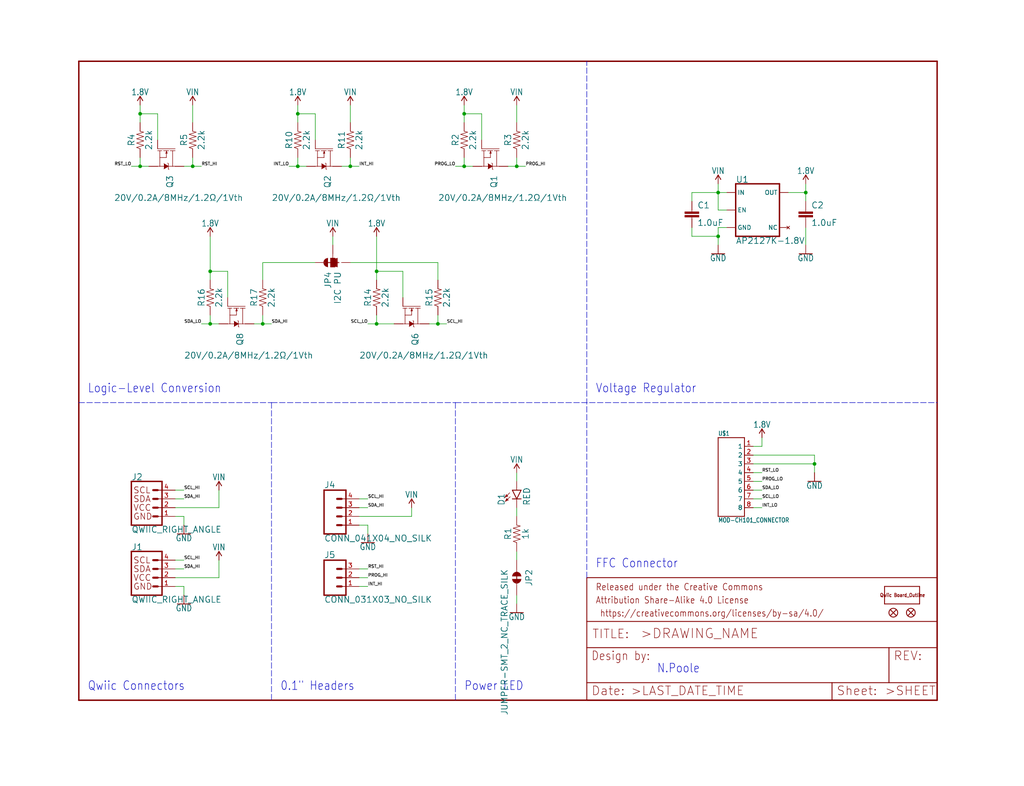
<source format=kicad_sch>
(kicad_sch (version 20211123) (generator eeschema)
  (paper "User" 297.002 228.092)
  (lib_symbols
    (symbol "eagleSchem-eagle-import:1.0UF-0603-16V-10%"
      (property "Reference" "C" (at 1.524 2.921 0))
      (property "Value" "1.0UF-0603-16V-10%" (at 1.524 -2.159 0))
      (symbol "1.0UF-0603-16V-10%_1_0"
        (rectangle (start -2.032 0.508) (end 2.032 1.016) (fill (type outline)))
        (rectangle (start -2.032 1.524) (end 2.032 2.032) (fill (type outline)))
        (polyline (pts (xy 0 0) (xy 0 0.508)) (stroke (width 0.1524)))
        (polyline (pts (xy 0 2.54) (xy 0 2.032)) (stroke (width 0.1524)))
        (pin passive line (at 0 5.08 270) (length 2.54) (name "1") (number "1"))
        (pin passive line (at 0 -2.54 90) (length 2.54) (name "2") (number "2"))
      )
    )
    (symbol "eagleSchem-eagle-import:1.8V" (power)
      (property "Value" "1.8V" (at 0 2.794 0))
      (symbol "1.8V_1_0"
        (polyline (pts (xy 0 2.54) (xy -0.762 1.27)) (stroke (width 0.254)))
        (polyline (pts (xy 0.762 1.27) (xy 0 2.54)) (stroke (width 0.254)))
        (pin power_in line (at 0 0 90) (length 2.54) (name "1.8V") (number "1"))
      )
    )
    (symbol "eagleSchem-eagle-import:1KOHM-0603-1{slash}10W-1%"
      (property "Reference" "R" (at 0 1.524 0))
      (property "Value" "1KOHM-0603-1{slash}10W-1%" (at 0 -1.524 0))
      (symbol "1KOHM-0603-1{slash}10W-1%_1_0"
        (polyline (pts (xy -2.54 0) (xy -2.159 1.016)) (stroke (width 0.1524)))
        (polyline (pts (xy -2.159 1.016) (xy -1.524 -1.016)) (stroke (width 0.1524)))
        (polyline (pts (xy -1.524 -1.016) (xy -0.889 1.016)) (stroke (width 0.1524)))
        (polyline (pts (xy -0.889 1.016) (xy -0.254 -1.016)) (stroke (width 0.1524)))
        (polyline (pts (xy -0.254 -1.016) (xy 0.381 1.016)) (stroke (width 0.1524)))
        (polyline (pts (xy 0.381 1.016) (xy 1.016 -1.016)) (stroke (width 0.1524)))
        (polyline (pts (xy 1.016 -1.016) (xy 1.651 1.016)) (stroke (width 0.1524)))
        (polyline (pts (xy 1.651 1.016) (xy 2.286 -1.016)) (stroke (width 0.1524)))
        (polyline (pts (xy 2.286 -1.016) (xy 2.54 0)) (stroke (width 0.1524)))
        (pin passive line (at -5.08 0 0) (length 2.54) (name "1") (number "1"))
        (pin passive line (at 5.08 0 180) (length 2.54) (name "2") (number "2"))
      )
    )
    (symbol "eagleSchem-eagle-import:2.2KOHM-0402T-1{slash}16W-1%"
      (property "Reference" "R" (at 0 1.524 0))
      (property "Value" "2.2KOHM-0402T-1{slash}16W-1%" (at 0 -1.524 0))
      (symbol "2.2KOHM-0402T-1{slash}16W-1%_1_0"
        (polyline (pts (xy -2.54 0) (xy -2.159 1.016)) (stroke (width 0.1524)))
        (polyline (pts (xy -2.159 1.016) (xy -1.524 -1.016)) (stroke (width 0.1524)))
        (polyline (pts (xy -1.524 -1.016) (xy -0.889 1.016)) (stroke (width 0.1524)))
        (polyline (pts (xy -0.889 1.016) (xy -0.254 -1.016)) (stroke (width 0.1524)))
        (polyline (pts (xy -0.254 -1.016) (xy 0.381 1.016)) (stroke (width 0.1524)))
        (polyline (pts (xy 0.381 1.016) (xy 1.016 -1.016)) (stroke (width 0.1524)))
        (polyline (pts (xy 1.016 -1.016) (xy 1.651 1.016)) (stroke (width 0.1524)))
        (polyline (pts (xy 1.651 1.016) (xy 2.286 -1.016)) (stroke (width 0.1524)))
        (polyline (pts (xy 2.286 -1.016) (xy 2.54 0)) (stroke (width 0.1524)))
        (pin passive line (at -5.08 0 0) (length 2.54) (name "1") (number "1"))
        (pin passive line (at 5.08 0 180) (length 2.54) (name "2") (number "2"))
      )
    )
    (symbol "eagleSchem-eagle-import:CONN_031X03_NO_SILK"
      (property "Reference" "J" (at -2.54 5.588 0))
      (property "Value" "CONN_031X03_NO_SILK" (at -2.54 -7.366 0))
      (symbol "CONN_031X03_NO_SILK_1_0"
        (polyline (pts (xy -2.54 5.08) (xy -2.54 -5.08)) (stroke (width 0.4064)))
        (polyline (pts (xy -2.54 5.08) (xy 3.81 5.08)) (stroke (width 0.4064)))
        (polyline (pts (xy 1.27 -2.54) (xy 2.54 -2.54)) (stroke (width 0.6096)))
        (polyline (pts (xy 1.27 0) (xy 2.54 0)) (stroke (width 0.6096)))
        (polyline (pts (xy 1.27 2.54) (xy 2.54 2.54)) (stroke (width 0.6096)))
        (polyline (pts (xy 3.81 -5.08) (xy -2.54 -5.08)) (stroke (width 0.4064)))
        (polyline (pts (xy 3.81 -5.08) (xy 3.81 5.08)) (stroke (width 0.4064)))
        (pin passive line (at 7.62 -2.54 180) (length 5.08) (name "1") (number "1"))
        (pin passive line (at 7.62 0 180) (length 5.08) (name "2") (number "2"))
        (pin passive line (at 7.62 2.54 180) (length 5.08) (name "3") (number "3"))
      )
    )
    (symbol "eagleSchem-eagle-import:CONN_041X04_NO_SILK"
      (property "Reference" "J" (at -5.08 8.128 0))
      (property "Value" "CONN_041X04_NO_SILK" (at -5.08 -7.366 0))
      (symbol "CONN_041X04_NO_SILK_1_0"
        (polyline (pts (xy -5.08 7.62) (xy -5.08 -5.08)) (stroke (width 0.4064)))
        (polyline (pts (xy -5.08 7.62) (xy 1.27 7.62)) (stroke (width 0.4064)))
        (polyline (pts (xy -1.27 -2.54) (xy 0 -2.54)) (stroke (width 0.6096)))
        (polyline (pts (xy -1.27 0) (xy 0 0)) (stroke (width 0.6096)))
        (polyline (pts (xy -1.27 2.54) (xy 0 2.54)) (stroke (width 0.6096)))
        (polyline (pts (xy -1.27 5.08) (xy 0 5.08)) (stroke (width 0.6096)))
        (polyline (pts (xy 1.27 -5.08) (xy -5.08 -5.08)) (stroke (width 0.4064)))
        (polyline (pts (xy 1.27 -5.08) (xy 1.27 7.62)) (stroke (width 0.4064)))
        (pin passive line (at 5.08 -2.54 180) (length 5.08) (name "1") (number "1"))
        (pin passive line (at 5.08 0 180) (length 5.08) (name "2") (number "2"))
        (pin passive line (at 5.08 2.54 180) (length 5.08) (name "3") (number "3"))
        (pin passive line (at 5.08 5.08 180) (length 5.08) (name "4") (number "4"))
      )
    )
    (symbol "eagleSchem-eagle-import:FIDUCIALUFIDUCIAL"
      (symbol "FIDUCIALUFIDUCIAL_1_0"
        (polyline (pts (xy -0.762 0.762) (xy 0.762 -0.762)) (stroke (width 0.254)))
        (polyline (pts (xy 0.762 0.762) (xy -0.762 -0.762)) (stroke (width 0.254)))
        (circle (center 0 0) (radius 1.27) (stroke (width 0.254)))
      )
    )
    (symbol "eagleSchem-eagle-import:FRAME-LETTERNO_PACKAGE"
      (symbol "FRAME-LETTERNO_PACKAGE_1_0"
        (polyline (pts (xy 0 0) (xy 248.92 0)) (stroke (width 0.4064)))
        (polyline (pts (xy 0 185.42) (xy 0 0)) (stroke (width 0.4064)))
        (polyline (pts (xy 0 185.42) (xy 248.92 185.42)) (stroke (width 0.4064)))
        (polyline (pts (xy 248.92 185.42) (xy 248.92 0)) (stroke (width 0.4064)))
      )
      (symbol "FRAME-LETTERNO_PACKAGE_2_0"
        (polyline (pts (xy 0 0) (xy 0 5.08)) (stroke (width 0.254)))
        (polyline (pts (xy 0 0) (xy 71.12 0)) (stroke (width 0.254)))
        (polyline (pts (xy 0 5.08) (xy 0 15.24)) (stroke (width 0.254)))
        (polyline (pts (xy 0 5.08) (xy 71.12 5.08)) (stroke (width 0.254)))
        (polyline (pts (xy 0 15.24) (xy 0 22.86)) (stroke (width 0.254)))
        (polyline (pts (xy 0 22.86) (xy 0 35.56)) (stroke (width 0.254)))
        (polyline (pts (xy 0 22.86) (xy 101.6 22.86)) (stroke (width 0.254)))
        (polyline (pts (xy 71.12 0) (xy 101.6 0)) (stroke (width 0.254)))
        (polyline (pts (xy 71.12 5.08) (xy 71.12 0)) (stroke (width 0.254)))
        (polyline (pts (xy 71.12 5.08) (xy 87.63 5.08)) (stroke (width 0.254)))
        (polyline (pts (xy 87.63 5.08) (xy 101.6 5.08)) (stroke (width 0.254)))
        (polyline (pts (xy 87.63 15.24) (xy 0 15.24)) (stroke (width 0.254)))
        (polyline (pts (xy 87.63 15.24) (xy 87.63 5.08)) (stroke (width 0.254)))
        (polyline (pts (xy 101.6 5.08) (xy 101.6 0)) (stroke (width 0.254)))
        (polyline (pts (xy 101.6 15.24) (xy 87.63 15.24)) (stroke (width 0.254)))
        (polyline (pts (xy 101.6 15.24) (xy 101.6 5.08)) (stroke (width 0.254)))
        (polyline (pts (xy 101.6 22.86) (xy 101.6 15.24)) (stroke (width 0.254)))
        (polyline (pts (xy 101.6 35.56) (xy 0 35.56)) (stroke (width 0.254)))
        (polyline (pts (xy 101.6 35.56) (xy 101.6 22.86)) (stroke (width 0.254)))
        (text " https://creativecommons.org/licenses/by-sa/4.0/" (at 2.54 24.13 0) (effects (font (size 1.9304 1.6408)) (justify left bottom)))
        (text ">DRAWING_NAME" (at 15.494 17.78 0) (effects (font (size 2.7432 2.7432)) (justify left bottom)))
        (text ">LAST_DATE_TIME" (at 12.7 1.27 0) (effects (font (size 2.54 2.54)) (justify left bottom)))
        (text ">SHEET" (at 86.36 1.27 0) (effects (font (size 2.54 2.54)) (justify left bottom)))
        (text "Attribution Share-Alike 4.0 License" (at 2.54 27.94 0) (effects (font (size 1.9304 1.6408)) (justify left bottom)))
        (text "Date:" (at 1.27 1.27 0) (effects (font (size 2.54 2.54)) (justify left bottom)))
        (text "Design by:" (at 1.27 11.43 0) (effects (font (size 2.54 2.159)) (justify left bottom)))
        (text "Released under the Creative Commons" (at 2.54 31.75 0) (effects (font (size 1.9304 1.6408)) (justify left bottom)))
        (text "REV:" (at 88.9 11.43 0) (effects (font (size 2.54 2.54)) (justify left bottom)))
        (text "Sheet:" (at 72.39 1.27 0) (effects (font (size 2.54 2.54)) (justify left bottom)))
        (text "TITLE:" (at 1.524 17.78 0) (effects (font (size 2.54 2.54)) (justify left bottom)))
      )
    )
    (symbol "eagleSchem-eagle-import:GND" (power)
      (property "Value" "GND" (at 0 -0.254 0))
      (symbol "GND_1_0"
        (polyline (pts (xy -1.905 0) (xy 1.905 0)) (stroke (width 0.254)))
        (pin power_in line (at 0 2.54 270) (length 2.54) (name "GND") (number "1"))
      )
    )
    (symbol "eagleSchem-eagle-import:JUMPER-SMT_2_NC_TRACE_SILK"
      (property "Reference" "JP" (at -2.54 2.54 0))
      (property "Value" "JUMPER-SMT_2_NC_TRACE_SILK" (at -2.54 -2.54 0))
      (symbol "JUMPER-SMT_2_NC_TRACE_SILK_1_0"
        (arc (start -0.381 1.2699) (mid -1.6508 0) (end -0.381 -1.2699) (stroke (width 0.0001)) (fill (type outline)))
        (polyline (pts (xy -2.54 0) (xy -1.651 0)) (stroke (width 0.1524)))
        (polyline (pts (xy -0.762 0) (xy 1.016 0)) (stroke (width 0.254)))
        (polyline (pts (xy 2.54 0) (xy 1.651 0)) (stroke (width 0.1524)))
        (arc (start 0.381 -1.2698) (mid 1.279 -0.898) (end 1.6509 0) (stroke (width 0.0001)) (fill (type outline)))
        (arc (start 1.651 0) (mid 1.2789 0.8979) (end 0.381 1.2699) (stroke (width 0.0001)) (fill (type outline)))
        (pin passive line (at -5.08 0 0) (length 2.54) (name "1") (number "1"))
        (pin passive line (at 5.08 0 180) (length 2.54) (name "2") (number "2"))
      )
    )
    (symbol "eagleSchem-eagle-import:JUMPER-SMT_3_2-NC_TRACE_SILK"
      (property "Reference" "JP" (at 2.54 0.381 0))
      (property "Value" "JUMPER-SMT_3_2-NC_TRACE_SILK" (at 2.54 -0.381 0))
      (symbol "JUMPER-SMT_3_2-NC_TRACE_SILK_1_0"
        (rectangle (start -1.27 -0.635) (end 1.27 0.635) (fill (type outline)))
        (polyline (pts (xy -2.54 0) (xy -1.27 0)) (stroke (width 0.1524)))
        (polyline (pts (xy -1.27 -0.635) (xy -1.27 0)) (stroke (width 0.1524)))
        (polyline (pts (xy -1.27 0) (xy -1.27 0.635)) (stroke (width 0.1524)))
        (polyline (pts (xy -1.27 0.635) (xy 1.27 0.635)) (stroke (width 0.1524)))
        (polyline (pts (xy 0 2.032) (xy 0 -1.778)) (stroke (width 0.254)))
        (polyline (pts (xy 1.27 -0.635) (xy -1.27 -0.635)) (stroke (width 0.1524)))
        (polyline (pts (xy 1.27 0.635) (xy 1.27 -0.635)) (stroke (width 0.1524)))
        (arc (start 0 2.667) (mid -0.898 2.295) (end -1.27 1.397) (stroke (width 0.0001)) (fill (type outline)))
        (arc (start 1.27 -1.397) (mid 0 -0.127) (end -1.27 -1.397) (stroke (width 0.0001)) (fill (type outline)))
        (arc (start 1.27 1.397) (mid 0.898 2.295) (end 0 2.667) (stroke (width 0.0001)) (fill (type outline)))
        (pin passive line (at 0 5.08 270) (length 2.54) (name "1") (number "1"))
        (pin passive line (at -5.08 0 0) (length 2.54) (name "2") (number "2"))
        (pin passive line (at 0 -5.08 90) (length 2.54) (name "3") (number "3"))
      )
    )
    (symbol "eagleSchem-eagle-import:LED-RED0603"
      (property "Reference" "D" (at -3.429 -4.572 90))
      (property "Value" "LED-RED0603" (at 1.905 -4.572 90))
      (symbol "LED-RED0603_1_0"
        (polyline (pts (xy -2.032 -0.762) (xy -3.429 -2.159)) (stroke (width 0.1524)))
        (polyline (pts (xy -1.905 -1.905) (xy -3.302 -3.302)) (stroke (width 0.1524)))
        (polyline (pts (xy 0 -2.54) (xy -1.27 -2.54)) (stroke (width 0.254)))
        (polyline (pts (xy 0 -2.54) (xy -1.27 0)) (stroke (width 0.254)))
        (polyline (pts (xy 1.27 -2.54) (xy 0 -2.54)) (stroke (width 0.254)))
        (polyline (pts (xy 1.27 0) (xy -1.27 0)) (stroke (width 0.254)))
        (polyline (pts (xy 1.27 0) (xy 0 -2.54)) (stroke (width 0.254)))
        (polyline (pts (xy -3.429 -2.159) (xy -3.048 -1.27) (xy -2.54 -1.778)) (fill (type outline)))
        (polyline (pts (xy -3.302 -3.302) (xy -2.921 -2.413) (xy -2.413 -2.921)) (fill (type outline)))
        (pin passive line (at 0 2.54 270) (length 2.54) (name "A") (number "A"))
        (pin passive line (at 0 -5.08 90) (length 2.54) (name "C") (number "C"))
      )
    )
    (symbol "eagleSchem-eagle-import:MOD-CH101_CONNECTOR"
      (property "Value" "MOD-CH101_CONNECTOR" (at -2.54 -14.478 0))
      (symbol "MOD-CH101_CONNECTOR_1_0"
        (polyline (pts (xy -2.54 -12.7) (xy -2.54 10.16)) (stroke (width 0.254)))
        (polyline (pts (xy -2.54 10.16) (xy 5.08 10.16)) (stroke (width 0.254)))
        (polyline (pts (xy 5.08 -12.7) (xy -2.54 -12.7)) (stroke (width 0.254)))
        (polyline (pts (xy 5.08 10.16) (xy 5.08 -12.7)) (stroke (width 0.254)))
        (pin bidirectional line (at 7.62 7.62 180) (length 2.54) (name "1") (number "1"))
        (pin bidirectional line (at 7.62 5.08 180) (length 2.54) (name "2") (number "2"))
        (pin bidirectional line (at 7.62 2.54 180) (length 2.54) (name "3") (number "3"))
        (pin bidirectional line (at 7.62 0 180) (length 2.54) (name "4") (number "4"))
        (pin bidirectional line (at 7.62 -2.54 180) (length 2.54) (name "5") (number "5"))
        (pin bidirectional line (at 7.62 -5.08 180) (length 2.54) (name "6") (number "6"))
        (pin bidirectional line (at 7.62 -7.62 180) (length 2.54) (name "7") (number "7"))
        (pin bidirectional line (at 7.62 -10.16 180) (length 2.54) (name "8") (number "8"))
      )
    )
    (symbol "eagleSchem-eagle-import:MOSFET-NCH-RE1C002UN"
      (property "Reference" "Q" (at 5.08 0 0))
      (property "Value" "MOSFET-NCH-RE1C002UN" (at 5.08 -2.54 0))
      (symbol "MOSFET-NCH-RE1C002UN_1_0"
        (polyline (pts (xy -2.54 -2.54) (xy -2.54 2.54)) (stroke (width 0.1524)))
        (polyline (pts (xy -1.9812 -1.905) (xy -1.9812 -2.54)) (stroke (width 0.1524)))
        (polyline (pts (xy -1.9812 -1.905) (xy 0 -1.905)) (stroke (width 0.1524)))
        (polyline (pts (xy -1.9812 -1.2954) (xy -1.9812 -1.905)) (stroke (width 0.1524)))
        (polyline (pts (xy -1.9812 0.6858) (xy -1.9812 -0.8382)) (stroke (width 0.1524)))
        (polyline (pts (xy -1.9812 1.8034) (xy -1.9812 1.0922)) (stroke (width 0.1524)))
        (polyline (pts (xy -1.9812 1.8034) (xy 2.54 1.8034)) (stroke (width 0.1524)))
        (polyline (pts (xy -1.9812 2.54) (xy -1.9812 1.8034)) (stroke (width 0.1524)))
        (polyline (pts (xy 0 -1.905) (xy 0 0)) (stroke (width 0.1524)))
        (polyline (pts (xy 0 0) (xy -1.2192 0)) (stroke (width 0.1524)))
        (polyline (pts (xy 1.6002 0.381) (xy 1.778 0.5588)) (stroke (width 0.1524)))
        (polyline (pts (xy 2.54 -2.54) (xy 2.54 -1.905)) (stroke (width 0.1524)))
        (polyline (pts (xy 2.54 -1.905) (xy 0 -1.905)) (stroke (width 0.1524)))
        (polyline (pts (xy 2.54 -0.7112) (xy 2.54 -1.905)) (stroke (width 0.1524)))
        (polyline (pts (xy 2.54 0.5588) (xy 1.778 0.5588)) (stroke (width 0.1524)))
        (polyline (pts (xy 2.54 0.5588) (xy 3.302 0.5588)) (stroke (width 0.1524)))
        (polyline (pts (xy 2.54 1.8034) (xy 2.54 0.5588)) (stroke (width 0.1524)))
        (polyline (pts (xy 2.54 2.54) (xy 2.54 1.8034)) (stroke (width 0.1524)))
        (polyline (pts (xy 3.302 0.5588) (xy 3.4798 0.7366)) (stroke (width 0.1524)))
        (polyline (pts (xy -1.9812 0) (xy -1.2192 0.254) (xy -1.2192 -0.254)) (fill (type outline)))
        (polyline (pts (xy 1.778 -0.7112) (xy 2.54 0.5588) (xy 3.302 -0.7112)) (fill (type outline)))
        (pin bidirectional line (at -5.08 -2.54 0) (length 2.54) (name "G") (number "1"))
        (pin bidirectional line (at 2.54 -5.08 90) (length 2.54) (name "S") (number "2"))
        (pin bidirectional line (at 2.54 5.08 270) (length 2.54) (name "D") (number "3"))
      )
    )
    (symbol "eagleSchem-eagle-import:QWIIC_BOARD_OUTLINEH"
      (symbol "QWIIC_BOARD_OUTLINEH_1_0"
        (polyline (pts (xy -5.08 -2.54) (xy -5.08 2.54)) (stroke (width 0.254)))
        (polyline (pts (xy -5.08 2.54) (xy 5.08 2.54)) (stroke (width 0.254)))
        (polyline (pts (xy 5.08 -2.54) (xy -5.08 -2.54)) (stroke (width 0.254)))
        (polyline (pts (xy 5.08 2.54) (xy 5.08 -2.54)) (stroke (width 0.254)))
        (text "Qwiic Board_Outline" (at 0.127 0 0) (effects (font (size 1.016 0.8636) (thickness 0.1727) bold)))
      )
    )
    (symbol "eagleSchem-eagle-import:QWIIC_CONNECTORJS-1MM"
      (property "Reference" "J" (at -5.08 7.874 0))
      (property "Value" "QWIIC_CONNECTORJS-1MM" (at -5.08 -5.334 0))
      (symbol "QWIIC_CONNECTORJS-1MM_1_0"
        (polyline (pts (xy -5.08 7.62) (xy -5.08 -5.08)) (stroke (width 0.4064)))
        (polyline (pts (xy -5.08 7.62) (xy 3.81 7.62)) (stroke (width 0.4064)))
        (polyline (pts (xy 1.27 -2.54) (xy 2.54 -2.54)) (stroke (width 0.6096)))
        (polyline (pts (xy 1.27 0) (xy 2.54 0)) (stroke (width 0.6096)))
        (polyline (pts (xy 1.27 2.54) (xy 2.54 2.54)) (stroke (width 0.6096)))
        (polyline (pts (xy 1.27 5.08) (xy 2.54 5.08)) (stroke (width 0.6096)))
        (polyline (pts (xy 3.81 -5.08) (xy -5.08 -5.08)) (stroke (width 0.4064)))
        (polyline (pts (xy 3.81 -5.08) (xy 3.81 7.62)) (stroke (width 0.4064)))
        (text "GND" (at -4.572 -2.54 0) (effects (font (size 1.778 1.778)) (justify left)))
        (text "SCL" (at -4.572 5.08 0) (effects (font (size 1.778 1.778)) (justify left)))
        (text "SDA" (at -4.572 2.54 0) (effects (font (size 1.778 1.778)) (justify left)))
        (text "VCC" (at -4.572 0 0) (effects (font (size 1.778 1.778)) (justify left)))
        (pin power_in line (at 7.62 -2.54 180) (length 5.08) (name "1") (number "1"))
        (pin power_in line (at 7.62 0 180) (length 5.08) (name "2") (number "2"))
        (pin passive line (at 7.62 2.54 180) (length 5.08) (name "3") (number "3"))
        (pin passive line (at 7.62 5.08 180) (length 5.08) (name "4") (number "4"))
      )
    )
    (symbol "eagleSchem-eagle-import:VIN" (power)
      (property "Value" "VIN" (at 0 2.794 0))
      (symbol "VIN_1_0"
        (polyline (pts (xy 0 2.54) (xy -0.762 1.27)) (stroke (width 0.254)))
        (polyline (pts (xy 0.762 1.27) (xy 0 2.54)) (stroke (width 0.254)))
        (pin power_in line (at 0 0 90) (length 2.54) (name "VIN") (number "1"))
      )
    )
    (symbol "eagleSchem-eagle-import:V_REG_AP2127K-1.8V"
      (property "Reference" "U" (at -7.62 7.874 0))
      (property "Value" "V_REG_AP2127K-1.8V" (at -7.62 -7.874 0))
      (symbol "V_REG_AP2127K-1.8V_1_0"
        (polyline (pts (xy -7.62 -7.62) (xy 5.08 -7.62)) (stroke (width 0.4064)))
        (polyline (pts (xy -7.62 7.62) (xy -7.62 -7.62)) (stroke (width 0.4064)))
        (polyline (pts (xy 5.08 -7.62) (xy 5.08 7.62)) (stroke (width 0.4064)))
        (polyline (pts (xy 5.08 7.62) (xy -7.62 7.62)) (stroke (width 0.4064)))
        (pin input line (at -10.16 5.08 0) (length 2.54) (name "IN") (number "1"))
        (pin input line (at -10.16 -5.08 0) (length 2.54) (name "GND") (number "2"))
        (pin input line (at -10.16 0 0) (length 2.54) (name "EN") (number "3"))
        (pin no_connect line (at 7.62 -5.08 180) (length 2.54) (name "NC") (number "4"))
        (pin passive line (at 7.62 5.08 180) (length 2.54) (name "OUT") (number "5"))
      )
    )
  )
  (junction (at 236.22 134.62))
  (junction (at 40.64 48.26))
  (junction (at 149.86 48.26))
  (junction (at 127 93.98))
  (junction (at 60.96 93.98))
  (junction (at 134.62 33.02))
  (junction (at 101.6 48.26))
  (junction (at 60.96 78.74))
  (junction (at 134.62 48.26))
  (junction (at 109.22 93.98))
  (junction (at 208.28 55.88))
  (junction (at 208.28 68.58))
  (junction (at 86.36 33.02))
  (junction (at 233.68 55.88))
  (junction (at 86.36 48.26))
  (junction (at 40.64 33.02))
  (junction (at 55.88 48.26))
  (junction (at 109.22 78.74))
  (junction (at 76.2 93.98))
  (wire (pts (xy 208.28 55.88) (xy 200.66 55.88)))
  (wire (pts (xy 50.8 167.64) (xy 63.5 167.64)))
  (wire (pts (xy 109.22 81.28) (xy 109.22 78.74)))
  (polyline (pts (xy 132.08 116.84) (xy 132.08 203.2)))
  (wire (pts (xy 104.14 170.18) (xy 106.68 170.18)))
  (wire (pts (xy 208.28 68.58) (xy 208.28 71.12)))
  (wire (pts (xy 101.6 35.56) (xy 101.6 30.48)))
  (wire (pts (xy 149.86 48.26) (xy 152.4 48.26)))
  (wire (pts (xy 106.68 93.98) (xy 109.22 93.98)))
  (wire (pts (xy 104.14 165.1) (xy 106.68 165.1)))
  (wire (pts (xy 233.68 55.88) (xy 233.68 53.34)))
  (wire (pts (xy 40.64 35.56) (xy 40.64 33.02)))
  (wire (pts (xy 149.86 172.72) (xy 149.86 175.26)))
  (wire (pts (xy 220.98 129.54) (xy 220.98 127)))
  (wire (pts (xy 134.62 30.48) (xy 134.62 33.02)))
  (wire (pts (xy 101.6 76.2) (xy 127 76.2)))
  (wire (pts (xy 76.2 81.28) (xy 76.2 76.2)))
  (wire (pts (xy 106.68 152.4) (xy 106.68 154.94)))
  (polyline (pts (xy 170.18 167.64) (xy 170.18 17.78)))
  (wire (pts (xy 149.86 45.72) (xy 149.86 48.26)))
  (wire (pts (xy 104.14 167.64) (xy 106.68 167.64)))
  (wire (pts (xy 45.72 33.02) (xy 40.64 33.02)))
  (wire (pts (xy 119.38 149.86) (xy 119.38 147.32)))
  (wire (pts (xy 127 91.44) (xy 127 93.98)))
  (wire (pts (xy 53.34 48.26) (xy 55.88 48.26)))
  (wire (pts (xy 233.68 55.88) (xy 233.68 58.42)))
  (wire (pts (xy 73.66 93.98) (xy 76.2 93.98)))
  (wire (pts (xy 60.96 93.98) (xy 63.5 93.98)))
  (wire (pts (xy 109.22 93.98) (xy 114.3 93.98)))
  (wire (pts (xy 50.8 165.1) (xy 53.34 165.1)))
  (wire (pts (xy 40.64 48.26) (xy 43.18 48.26)))
  (wire (pts (xy 208.28 60.96) (xy 208.28 55.88)))
  (wire (pts (xy 218.44 144.78) (xy 220.98 144.78)))
  (wire (pts (xy 50.8 162.56) (xy 53.34 162.56)))
  (wire (pts (xy 50.8 147.32) (xy 63.5 147.32)))
  (wire (pts (xy 91.44 33.02) (xy 86.36 33.02)))
  (wire (pts (xy 149.86 147.32) (xy 149.86 149.86)))
  (wire (pts (xy 116.84 78.74) (xy 109.22 78.74)))
  (wire (pts (xy 208.28 66.04) (xy 208.28 68.58)))
  (wire (pts (xy 55.88 35.56) (xy 55.88 30.48)))
  (wire (pts (xy 127 76.2) (xy 127 81.28)))
  (wire (pts (xy 104.14 144.78) (xy 106.68 144.78)))
  (wire (pts (xy 50.8 142.24) (xy 53.34 142.24)))
  (wire (pts (xy 104.14 152.4) (xy 106.68 152.4)))
  (wire (pts (xy 50.8 149.86) (xy 53.34 149.86)))
  (wire (pts (xy 104.14 147.32) (xy 106.68 147.32)))
  (wire (pts (xy 210.82 55.88) (xy 208.28 55.88)))
  (wire (pts (xy 63.5 167.64) (xy 63.5 162.56)))
  (wire (pts (xy 134.62 48.26) (xy 137.16 48.26)))
  (wire (pts (xy 109.22 91.44) (xy 109.22 93.98)))
  (wire (pts (xy 116.84 86.36) (xy 116.84 78.74)))
  (wire (pts (xy 109.22 68.58) (xy 109.22 78.74)))
  (wire (pts (xy 228.6 55.88) (xy 233.68 55.88)))
  (wire (pts (xy 50.8 144.78) (xy 53.34 144.78)))
  (wire (pts (xy 208.28 55.88) (xy 208.28 53.34)))
  (wire (pts (xy 134.62 45.72) (xy 134.62 48.26)))
  (wire (pts (xy 236.22 132.08) (xy 236.22 134.62)))
  (wire (pts (xy 210.82 60.96) (xy 208.28 60.96)))
  (wire (pts (xy 66.04 78.74) (xy 60.96 78.74)))
  (polyline (pts (xy 78.74 116.84) (xy 78.74 203.2)))
  (wire (pts (xy 76.2 93.98) (xy 78.74 93.98)))
  (wire (pts (xy 147.32 48.26) (xy 149.86 48.26)))
  (wire (pts (xy 200.66 68.58) (xy 208.28 68.58)))
  (wire (pts (xy 233.68 66.04) (xy 233.68 71.12)))
  (wire (pts (xy 66.04 86.36) (xy 66.04 78.74)))
  (wire (pts (xy 132.08 48.26) (xy 134.62 48.26)))
  (wire (pts (xy 76.2 76.2) (xy 91.44 76.2)))
  (wire (pts (xy 218.44 147.32) (xy 220.98 147.32)))
  (wire (pts (xy 218.44 129.54) (xy 220.98 129.54)))
  (wire (pts (xy 139.7 40.64) (xy 139.7 33.02)))
  (wire (pts (xy 134.62 35.56) (xy 134.62 33.02)))
  (wire (pts (xy 218.44 137.16) (xy 220.98 137.16)))
  (wire (pts (xy 45.72 40.64) (xy 45.72 33.02)))
  (polyline (pts (xy 132.08 116.84) (xy 271.78 116.84)))
  (wire (pts (xy 200.66 66.04) (xy 200.66 68.58)))
  (wire (pts (xy 218.44 142.24) (xy 220.98 142.24)))
  (wire (pts (xy 149.86 160.02) (xy 149.86 162.56)))
  (wire (pts (xy 38.1 48.26) (xy 40.64 48.26)))
  (wire (pts (xy 149.86 35.56) (xy 149.86 30.48)))
  (wire (pts (xy 86.36 35.56) (xy 86.36 33.02)))
  (wire (pts (xy 99.06 48.26) (xy 101.6 48.26)))
  (wire (pts (xy 55.88 45.72) (xy 55.88 48.26)))
  (wire (pts (xy 96.52 68.58) (xy 96.52 71.12)))
  (wire (pts (xy 76.2 91.44) (xy 76.2 93.98)))
  (wire (pts (xy 127 93.98) (xy 129.54 93.98)))
  (wire (pts (xy 218.44 134.62) (xy 236.22 134.62)))
  (wire (pts (xy 83.82 48.26) (xy 86.36 48.26)))
  (wire (pts (xy 50.8 170.18) (xy 53.34 170.18)))
  (wire (pts (xy 101.6 48.26) (xy 104.14 48.26)))
  (wire (pts (xy 53.34 149.86) (xy 53.34 152.4)))
  (wire (pts (xy 236.22 134.62) (xy 236.22 137.16)))
  (wire (pts (xy 124.46 93.98) (xy 127 93.98)))
  (wire (pts (xy 101.6 45.72) (xy 101.6 48.26)))
  (wire (pts (xy 40.64 30.48) (xy 40.64 33.02)))
  (wire (pts (xy 139.7 33.02) (xy 134.62 33.02)))
  (wire (pts (xy 86.36 45.72) (xy 86.36 48.26)))
  (wire (pts (xy 86.36 30.48) (xy 86.36 33.02)))
  (wire (pts (xy 200.66 55.88) (xy 200.66 58.42)))
  (wire (pts (xy 55.88 48.26) (xy 58.42 48.26)))
  (wire (pts (xy 58.42 93.98) (xy 60.96 93.98)))
  (wire (pts (xy 53.34 170.18) (xy 53.34 172.72)))
  (wire (pts (xy 86.36 48.26) (xy 88.9 48.26)))
  (wire (pts (xy 60.96 81.28) (xy 60.96 78.74)))
  (wire (pts (xy 60.96 68.58) (xy 60.96 78.74)))
  (wire (pts (xy 149.86 139.7) (xy 149.86 137.16)))
  (wire (pts (xy 60.96 91.44) (xy 60.96 93.98)))
  (wire (pts (xy 91.44 40.64) (xy 91.44 33.02)))
  (wire (pts (xy 104.14 149.86) (xy 119.38 149.86)))
  (wire (pts (xy 218.44 139.7) (xy 220.98 139.7)))
  (polyline (pts (xy 78.74 116.84) (xy 132.08 116.84)))
  (wire (pts (xy 40.64 45.72) (xy 40.64 48.26)))
  (wire (pts (xy 63.5 147.32) (xy 63.5 142.24)))
  (wire (pts (xy 218.44 132.08) (xy 236.22 132.08)))
  (polyline (pts (xy 22.86 116.84) (xy 78.74 116.84)))
  (wire (pts (xy 210.82 66.04) (xy 208.28 66.04)))
  (text "N.Poole" (at 190.5 195.58 180) (effects (font (size 2.54 2.159)) (justify left bottom)))
  (text "Power LED" (at 134.62 200.66 180) (effects (font (size 2.54 2.159)) (justify left bottom)))
  (text "FFC Connector" (at 172.72 165.1 180) (effects (font (size 2.54 2.159)) (justify left bottom)))
  (text "Qwiic Connectors" (at 25.4 200.66 180) (effects (font (size 2.54 2.159)) (justify left bottom)))
  (text "Voltage Regulator" (at 172.72 114.3 180) (effects (font (size 2.54 2.159)) (justify left bottom)))
  (text "Logic-Level Conversion" (at 25.4 114.3 180) (effects (font (size 2.54 2.159)) (justify left bottom)))
  (text "0.1\" Headers" (at 81.28 200.66 180) (effects (font (size 2.54 2.159)) (justify left bottom)))
  (label "SDA_HI" (at 53.34 165.1 0) (effects (font (size 0.889 0.889))))
  (label "SCL_LO" (at 220.98 144.78 0) (effects (font (size 0.889 0.889))))
  (label "SDA_LO" (at 58.42 93.98 180) (effects (font (size 0.889 0.889))))
  (label "INT_LO" (at 220.98 147.32 0) (effects (font (size 0.889 0.889))))
  (label "SCL_HI" (at 53.34 162.56 0) (effects (font (size 0.889 0.889))))
  (label "INT_HI" (at 104.14 48.26 0) (effects (font (size 0.889 0.889))))
  (label "INT_HI" (at 106.68 170.18 0) (effects (font (size 0.889 0.889))))
  (label "PROG_HI" (at 152.4 48.26 0) (effects (font (size 0.889 0.889))))
  (label "SDA_LO" (at 220.98 142.24 0) (effects (font (size 0.889 0.889))))
  (label "INT_LO" (at 83.82 48.26 180) (effects (font (size 0.889 0.889))))
  (label "SDA_HI" (at 106.68 147.32 0) (effects (font (size 0.889 0.889))))
  (label "SCL_HI" (at 106.68 144.78 0) (effects (font (size 0.889 0.889))))
  (label "RST_LO" (at 220.98 137.16 0) (effects (font (size 0.889 0.889))))
  (label "SDA_HI" (at 78.74 93.98 0) (effects (font (size 0.889 0.889))))
  (label "PROG_HI" (at 106.68 167.64 0) (effects (font (size 0.889 0.889))))
  (label "PROG_LO" (at 132.08 48.26 180) (effects (font (size 0.889 0.889))))
  (label "RST_LO" (at 38.1 48.26 180) (effects (font (size 0.889 0.889))))
  (label "RST_HI" (at 58.42 48.26 0) (effects (font (size 0.889 0.889))))
  (label "PROG_LO" (at 220.98 139.7 0) (effects (font (size 0.889 0.889))))
  (label "RST_HI" (at 106.68 165.1 0) (effects (font (size 0.889 0.889))))
  (label "SCL_LO" (at 106.68 93.98 180) (effects (font (size 0.889 0.889))))
  (label "SCL_HI" (at 129.54 93.98 0) (effects (font (size 0.889 0.889))))
  (label "SDA_HI" (at 53.34 144.78 0) (effects (font (size 0.889 0.889))))
  (label "SCL_HI" (at 53.34 142.24 0) (effects (font (size 0.889 0.889))))
  (symbol (lib_id "eagleSchem-eagle-import:1.8V") (at 40.64 30.48 0) (unit 1)
    (property "Reference" "#SUPPLY9" (effects hide))
    (property "Value" "1.8V" (at 40.64 27.686 0) (effects (font (size 1.778 1.5113)) (justify bottom)))
    (property "Footprint" "eagleSchem:" (effects hide))
  )
  (symbol (lib_id "eagleSchem-eagle-import:1.8V") (at 134.62 30.48 0) (unit 1)
    (property "Reference" "#SUPPLY7" (effects hide))
    (property "Value" "1.8V" (at 134.62 27.686 0) (effects (font (size 1.778 1.5113)) (justify bottom)))
    (property "Footprint" "eagleSchem:" (effects hide))
  )
  (symbol (lib_id "eagleSchem-eagle-import:2.2KOHM-0402T-1{slash}16W-1%") (at 149.86 40.64 90) (unit 1)
    (property "Reference" "R3" (at 148.336 40.64 0) (effects (font (size 1.778 1.778)) (justify bottom)))
    (property "Value" "2.2k" (at 151.384 40.64 0) (effects (font (size 1.778 1.778)) (justify top)))
    (property "Footprint" "eagleSchem:0402-TIGHT" (effects hide))
  )
  (symbol (lib_id "eagleSchem-eagle-import:MOSFET-NCH-RE1C002UN") (at 68.58 91.44 270) (unit 1)
    (property "Reference" "Q8" (at 68.58 96.52 0) (effects (font (size 1.778 1.778)) (justify left bottom)))
    (property "Value" "20V/0.2A/8MHz/1.2Ω/1Vth" (at 53.34 104.14 90) (effects (font (size 1.778 1.778)) (justify left bottom)))
    (property "Footprint" "eagleSchem:SOT-416FL" (effects hide))
  )
  (symbol (lib_id "eagleSchem-eagle-import:2.2KOHM-0402T-1{slash}16W-1%") (at 109.22 86.36 90) (unit 1)
    (property "Reference" "R14" (at 107.696 86.36 0) (effects (font (size 1.778 1.778)) (justify bottom)))
    (property "Value" "2.2k" (at 110.744 86.36 0) (effects (font (size 1.778 1.778)) (justify top)))
    (property "Footprint" "eagleSchem:0402-TIGHT" (effects hide))
  )
  (symbol (lib_id "eagleSchem-eagle-import:VIN") (at 96.52 68.58 0) (unit 1)
    (property "Reference" "#SUPPLY11" (effects hide))
    (property "Value" "VIN" (at 96.52 65.786 0) (effects (font (size 1.778 1.5113)) (justify bottom)))
    (property "Footprint" "eagleSchem:" (effects hide))
  )
  (symbol (lib_id "eagleSchem-eagle-import:GND") (at 53.34 175.26 0) (unit 1)
    (property "Reference" "#GND6" (effects hide))
    (property "Value" "GND" (at 53.34 175.514 0) (effects (font (size 1.778 1.5113)) (justify top)))
    (property "Footprint" "eagleSchem:" (effects hide))
  )
  (symbol (lib_id "eagleSchem-eagle-import:JUMPER-SMT_3_2-NC_TRACE_SILK") (at 96.52 76.2 90) (mirror x) (unit 1)
    (property "Reference" "JP4" (at 96.139 78.74 0) (effects (font (size 1.778 1.778)) (justify left bottom)))
    (property "Value" "I2C PU" (at 96.901 78.74 0) (effects (font (size 1.778 1.778)) (justify left top)))
    (property "Footprint" "eagleSchem:SMT-JUMPER_3_2-NC_TRACE_SILK" (effects hide))
  )
  (symbol (lib_id "eagleSchem-eagle-import:1.8V") (at 86.36 30.48 0) (unit 1)
    (property "Reference" "#SUPPLY14" (effects hide))
    (property "Value" "1.8V" (at 86.36 27.686 0) (effects (font (size 1.778 1.5113)) (justify bottom)))
    (property "Footprint" "eagleSchem:" (effects hide))
  )
  (symbol (lib_id "eagleSchem-eagle-import:1.0UF-0603-16V-10%") (at 200.66 63.5 0) (unit 1)
    (property "Reference" "C1" (at 202.184 60.579 0) (effects (font (size 1.778 1.778)) (justify left bottom)))
    (property "Value" "1.0uF" (at 202.184 65.659 0) (effects (font (size 1.778 1.778)) (justify left bottom)))
    (property "Footprint" "eagleSchem:0603" (effects hide))
  )
  (symbol (lib_id "eagleSchem-eagle-import:2.2KOHM-0402T-1{slash}16W-1%") (at 60.96 86.36 90) (unit 1)
    (property "Reference" "R16" (at 59.436 86.36 0) (effects (font (size 1.778 1.778)) (justify bottom)))
    (property "Value" "2.2k" (at 62.484 86.36 0) (effects (font (size 1.778 1.778)) (justify top)))
    (property "Footprint" "eagleSchem:0402-TIGHT" (effects hide))
  )
  (symbol (lib_id "eagleSchem-eagle-import:GND") (at 233.68 73.66 0) (unit 1)
    (property "Reference" "#GND3" (effects hide))
    (property "Value" "GND" (at 233.68 73.914 0) (effects (font (size 1.778 1.5113)) (justify top)))
    (property "Footprint" "eagleSchem:" (effects hide))
  )
  (symbol (lib_id "eagleSchem-eagle-import:LED-RED0603") (at 149.86 142.24 0) (unit 1)
    (property "Reference" "D1" (at 146.431 146.812 90) (effects (font (size 1.778 1.778)) (justify left bottom)))
    (property "Value" "RED" (at 151.765 146.812 90) (effects (font (size 1.778 1.778)) (justify left top)))
    (property "Footprint" "eagleSchem:LED-0603" (effects hide))
  )
  (symbol (lib_id "eagleSchem-eagle-import:JUMPER-SMT_2_NC_TRACE_SILK") (at 149.86 167.64 270) (unit 1)
    (property "Reference" "JP2" (at 152.4 165.1 0) (effects (font (size 1.778 1.778)) (justify left bottom)))
    (property "Value" "JUMPER-SMT_2_NC_TRACE_SILK" (at 147.32 165.1 0) (effects (font (size 1.778 1.778)) (justify left top)))
    (property "Footprint" "eagleSchem:SMT-JUMPER_2_NC_TRACE_SILK" (effects hide))
  )
  (symbol (lib_id "eagleSchem-eagle-import:VIN") (at 119.38 147.32 0) (unit 1)
    (property "Reference" "#SUPPLY12" (effects hide))
    (property "Value" "VIN" (at 119.38 144.526 0) (effects (font (size 1.778 1.5113)) (justify bottom)))
    (property "Footprint" "eagleSchem:" (effects hide))
  )
  (symbol (lib_id "eagleSchem-eagle-import:MOSFET-NCH-RE1C002UN") (at 119.38 91.44 270) (unit 1)
    (property "Reference" "Q6" (at 119.38 96.52 0) (effects (font (size 1.778 1.778)) (justify left bottom)))
    (property "Value" "20V/0.2A/8MHz/1.2Ω/1Vth" (at 104.14 104.14 90) (effects (font (size 1.778 1.778)) (justify left bottom)))
    (property "Footprint" "eagleSchem:SOT-416FL" (effects hide))
  )
  (symbol (lib_id "eagleSchem-eagle-import:VIN") (at 63.5 142.24 0) (unit 1)
    (property "Reference" "#SUPPLY5" (effects hide))
    (property "Value" "VIN" (at 63.5 139.446 0) (effects (font (size 1.778 1.5113)) (justify bottom)))
    (property "Footprint" "eagleSchem:" (effects hide))
  )
  (symbol (lib_id "eagleSchem-eagle-import:VIN") (at 101.6 30.48 0) (unit 1)
    (property "Reference" "#SUPPLY15" (effects hide))
    (property "Value" "VIN" (at 101.6 27.686 0) (effects (font (size 1.778 1.5113)) (justify bottom)))
    (property "Footprint" "eagleSchem:" (effects hide))
  )
  (symbol (lib_id "eagleSchem-eagle-import:GND") (at 208.28 73.66 0) (unit 1)
    (property "Reference" "#GND2" (effects hide))
    (property "Value" "GND" (at 208.28 73.914 0) (effects (font (size 1.778 1.5113)) (justify top)))
    (property "Footprint" "eagleSchem:" (effects hide))
  )
  (symbol (lib_id "eagleSchem-eagle-import:2.2KOHM-0402T-1{slash}16W-1%") (at 86.36 40.64 90) (unit 1)
    (property "Reference" "R10" (at 84.836 40.64 0) (effects (font (size 1.778 1.778)) (justify bottom)))
    (property "Value" "2.2k" (at 87.884 40.64 0) (effects (font (size 1.778 1.778)) (justify top)))
    (property "Footprint" "eagleSchem:0402-TIGHT" (effects hide))
  )
  (symbol (lib_id "eagleSchem-eagle-import:MOSFET-NCH-RE1C002UN") (at 93.98 45.72 270) (unit 1)
    (property "Reference" "Q2" (at 93.98 50.8 0) (effects (font (size 1.778 1.778)) (justify left bottom)))
    (property "Value" "20V/0.2A/8MHz/1.2Ω/1Vth" (at 78.74 58.42 90) (effects (font (size 1.778 1.778)) (justify left bottom)))
    (property "Footprint" "eagleSchem:SOT-416FL" (effects hide))
  )
  (symbol (lib_id "eagleSchem-eagle-import:1KOHM-0603-1{slash}10W-1%") (at 149.86 154.94 90) (unit 1)
    (property "Reference" "R1" (at 148.336 154.94 0) (effects (font (size 1.778 1.778)) (justify bottom)))
    (property "Value" "1k" (at 151.384 154.94 0) (effects (font (size 1.778 1.778)) (justify top)))
    (property "Footprint" "eagleSchem:0603" (effects hide))
  )
  (symbol (lib_id "eagleSchem-eagle-import:2.2KOHM-0402T-1{slash}16W-1%") (at 40.64 40.64 90) (unit 1)
    (property "Reference" "R4" (at 39.116 40.64 0) (effects (font (size 1.778 1.778)) (justify bottom)))
    (property "Value" "2.2k" (at 42.164 40.64 0) (effects (font (size 1.778 1.778)) (justify top)))
    (property "Footprint" "eagleSchem:0402-TIGHT" (effects hide))
  )
  (symbol (lib_id "eagleSchem-eagle-import:2.2KOHM-0402T-1{slash}16W-1%") (at 55.88 40.64 90) (unit 1)
    (property "Reference" "R5" (at 54.356 40.64 0) (effects (font (size 1.778 1.778)) (justify bottom)))
    (property "Value" "2.2k" (at 57.404 40.64 0) (effects (font (size 1.778 1.778)) (justify top)))
    (property "Footprint" "eagleSchem:0402-TIGHT" (effects hide))
  )
  (symbol (lib_id "eagleSchem-eagle-import:FIDUCIALUFIDUCIAL") (at 259.08 177.8 0) (unit 1)
    (property "Reference" "FD1" (effects hide))
    (property "Value" "FIDUCIALUFIDUCIAL" (effects hide))
    (property "Footprint" "eagleSchem:FIDUCIAL-MICRO" (effects hide))
  )
  (symbol (lib_id "eagleSchem-eagle-import:GND") (at 53.34 154.94 0) (unit 1)
    (property "Reference" "#GND5" (effects hide))
    (property "Value" "GND" (at 53.34 155.194 0) (effects (font (size 1.778 1.5113)) (justify top)))
    (property "Footprint" "eagleSchem:" (effects hide))
  )
  (symbol (lib_id "eagleSchem-eagle-import:QWIIC_CONNECTORJS-1MM") (at 43.18 167.64 0) (unit 1)
    (property "Reference" "J1" (at 38.1 159.766 0) (effects (font (size 1.778 1.778)) (justify left bottom)))
    (property "Value" "QWIIC_RIGHT_ANGLE" (at 38.1 172.974 0) (effects (font (size 1.778 1.778)) (justify left top)))
    (property "Footprint" "eagleSchem:JST04_1MM_RA" (effects hide))
  )
  (symbol (lib_id "eagleSchem-eagle-import:CONN_031X03_NO_SILK") (at 96.52 167.64 0) (unit 1)
    (property "Reference" "J5" (at 93.98 162.052 0) (effects (font (size 1.778 1.778)) (justify left bottom)))
    (property "Value" "CONN_031X03_NO_SILK" (at 93.98 175.006 0) (effects (font (size 1.778 1.778)) (justify left bottom)))
    (property "Footprint" "eagleSchem:1X03_NO_SILK" (effects hide))
  )
  (symbol (lib_id "eagleSchem-eagle-import:V_REG_AP2127K-1.8V") (at 220.98 60.96 0) (unit 1)
    (property "Reference" "U1" (at 213.36 53.086 0) (effects (font (size 1.778 1.778)) (justify left bottom)))
    (property "Value" "AP2127K-1.8V" (at 213.36 68.834 0) (effects (font (size 1.778 1.778)) (justify left top)))
    (property "Footprint" "eagleSchem:SOT23-5" (effects hide))
  )
  (symbol (lib_id "eagleSchem-eagle-import:QWIIC_BOARD_OUTLINEH") (at 261.62 172.72 0) (unit 1)
    (property "Reference" "U$2" (effects hide))
    (property "Value" "QWIIC_BOARD_OUTLINEH" (effects hide))
    (property "Footprint" "eagleSchem:QWIIC_BOARD_MOUNT_HOLES" (effects hide))
  )
  (symbol (lib_id "eagleSchem-eagle-import:1.8V") (at 109.22 68.58 0) (unit 1)
    (property "Reference" "#SUPPLY18" (effects hide))
    (property "Value" "1.8V" (at 109.22 65.786 0) (effects (font (size 1.778 1.5113)) (justify bottom)))
    (property "Footprint" "eagleSchem:" (effects hide))
  )
  (symbol (lib_id "eagleSchem-eagle-import:MOD-CH101_CONNECTOR") (at 210.82 137.16 0) (unit 1)
    (property "Reference" "U$1" (at 208.28 126.492 0) (effects (font (size 1.27 1.0795)) (justify left bottom)))
    (property "Value" "MOD-CH101_CONNECTOR" (at 208.28 151.638 0) (effects (font (size 1.27 1.0795)) (justify left bottom)))
    (property "Footprint" "eagleSchem:FPC_MOLEX5034800800" (effects hide))
  )
  (symbol (lib_id "eagleSchem-eagle-import:QWIIC_CONNECTORJS-1MM") (at 43.18 147.32 0) (unit 1)
    (property "Reference" "J2" (at 38.1 139.446 0) (effects (font (size 1.778 1.778)) (justify left bottom)))
    (property "Value" "QWIIC_RIGHT_ANGLE" (at 38.1 152.654 0) (effects (font (size 1.778 1.778)) (justify left top)))
    (property "Footprint" "eagleSchem:JST04_1MM_RA" (effects hide))
  )
  (symbol (lib_id "eagleSchem-eagle-import:VIN") (at 149.86 137.16 0) (unit 1)
    (property "Reference" "#SUPPLY4" (effects hide))
    (property "Value" "VIN" (at 149.86 134.366 0) (effects (font (size 1.778 1.5113)) (justify bottom)))
    (property "Footprint" "eagleSchem:" (effects hide))
  )
  (symbol (lib_id "eagleSchem-eagle-import:2.2KOHM-0402T-1{slash}16W-1%") (at 76.2 86.36 90) (unit 1)
    (property "Reference" "R17" (at 74.676 86.36 0) (effects (font (size 1.778 1.778)) (justify bottom)))
    (property "Value" "2.2k" (at 77.724 86.36 0) (effects (font (size 1.778 1.778)) (justify top)))
    (property "Footprint" "eagleSchem:0402-TIGHT" (effects hide))
  )
  (symbol (lib_id "eagleSchem-eagle-import:FIDUCIALUFIDUCIAL") (at 264.16 177.8 0) (unit 1)
    (property "Reference" "FD2" (effects hide))
    (property "Value" "FIDUCIALUFIDUCIAL" (effects hide))
    (property "Footprint" "eagleSchem:FIDUCIAL-MICRO" (effects hide))
  )
  (symbol (lib_id "eagleSchem-eagle-import:VIN") (at 63.5 162.56 0) (unit 1)
    (property "Reference" "#SUPPLY6" (effects hide))
    (property "Value" "VIN" (at 63.5 159.766 0) (effects (font (size 1.778 1.5113)) (justify bottom)))
    (property "Footprint" "eagleSchem:" (effects hide))
  )
  (symbol (lib_id "eagleSchem-eagle-import:2.2KOHM-0402T-1{slash}16W-1%") (at 101.6 40.64 90) (unit 1)
    (property "Reference" "R11" (at 100.076 40.64 0) (effects (font (size 1.778 1.778)) (justify bottom)))
    (property "Value" "2.2k" (at 103.124 40.64 0) (effects (font (size 1.778 1.778)) (justify top)))
    (property "Footprint" "eagleSchem:0402-TIGHT" (effects hide))
  )
  (symbol (lib_id "eagleSchem-eagle-import:1.8V") (at 60.96 68.58 0) (unit 1)
    (property "Reference" "#SUPPLY20" (effects hide))
    (property "Value" "1.8V" (at 60.96 65.786 0) (effects (font (size 1.778 1.5113)) (justify bottom)))
    (property "Footprint" "eagleSchem:" (effects hide))
  )
  (symbol (lib_id "eagleSchem-eagle-import:FRAME-LETTERNO_PACKAGE") (at 170.18 203.2 0) (unit 2)
    (property "Reference" "FRAME1" (effects hide))
    (property "Value" "FRAME-LETTERNO_PACKAGE" (effects hide))
    (property "Footprint" "eagleSchem:DUMMY" (effects hide))
  )
  (symbol (lib_id "eagleSchem-eagle-import:2.2KOHM-0402T-1{slash}16W-1%") (at 134.62 40.64 90) (unit 1)
    (property "Reference" "R2" (at 133.096 40.64 0) (effects (font (size 1.778 1.778)) (justify bottom)))
    (property "Value" "2.2k" (at 136.144 40.64 0) (effects (font (size 1.778 1.778)) (justify top)))
    (property "Footprint" "eagleSchem:0402-TIGHT" (effects hide))
  )
  (symbol (lib_id "eagleSchem-eagle-import:VIN") (at 208.28 53.34 0) (unit 1)
    (property "Reference" "#SUPPLY1" (effects hide))
    (property "Value" "VIN" (at 208.28 50.546 0) (effects (font (size 1.778 1.5113)) (justify bottom)))
    (property "Footprint" "eagleSchem:" (effects hide))
  )
  (symbol (lib_id "eagleSchem-eagle-import:MOSFET-NCH-RE1C002UN") (at 48.26 45.72 270) (unit 1)
    (property "Reference" "Q3" (at 48.26 50.8 0) (effects (font (size 1.778 1.778)) (justify left bottom)))
    (property "Value" "20V/0.2A/8MHz/1.2Ω/1Vth" (at 33.02 58.42 90) (effects (font (size 1.778 1.778)) (justify left bottom)))
    (property "Footprint" "eagleSchem:SOT-416FL" (effects hide))
  )
  (symbol (lib_id "eagleSchem-eagle-import:GND") (at 106.68 157.48 0) (unit 1)
    (property "Reference" "#GND7" (effects hide))
    (property "Value" "GND" (at 106.68 157.734 0) (effects (font (size 1.778 1.5113)) (justify top)))
    (property "Footprint" "eagleSchem:" (effects hide))
  )
  (symbol (lib_id "eagleSchem-eagle-import:1.0UF-0603-16V-10%") (at 233.68 63.5 0) (unit 1)
    (property "Reference" "C2" (at 235.204 60.579 0) (effects (font (size 1.778 1.778)) (justify left bottom)))
    (property "Value" "1.0uF" (at 235.204 65.659 0) (effects (font (size 1.778 1.778)) (justify left bottom)))
    (property "Footprint" "eagleSchem:0603" (effects hide))
  )
  (symbol (lib_id "eagleSchem-eagle-import:1.8V") (at 220.98 127 0) (unit 1)
    (property "Reference" "#SUPPLY2" (effects hide))
    (property "Value" "1.8V" (at 220.98 124.206 0) (effects (font (size 1.778 1.5113)) (justify bottom)))
    (property "Footprint" "eagleSchem:" (effects hide))
  )
  (symbol (lib_id "eagleSchem-eagle-import:VIN") (at 55.88 30.48 0) (unit 1)
    (property "Reference" "#SUPPLY10" (effects hide))
    (property "Value" "VIN" (at 55.88 27.686 0) (effects (font (size 1.778 1.5113)) (justify bottom)))
    (property "Footprint" "eagleSchem:" (effects hide))
  )
  (symbol (lib_id "eagleSchem-eagle-import:GND") (at 236.22 139.7 0) (unit 1)
    (property "Reference" "#GND1" (effects hide))
    (property "Value" "GND" (at 236.22 139.954 0) (effects (font (size 1.778 1.5113)) (justify top)))
    (property "Footprint" "eagleSchem:" (effects hide))
  )
  (symbol (lib_id "eagleSchem-eagle-import:VIN") (at 149.86 30.48 0) (unit 1)
    (property "Reference" "#SUPPLY8" (effects hide))
    (property "Value" "VIN" (at 149.86 27.686 0) (effects (font (size 1.778 1.5113)) (justify bottom)))
    (property "Footprint" "eagleSchem:" (effects hide))
  )
  (symbol (lib_id "eagleSchem-eagle-import:1.8V") (at 233.68 53.34 0) (unit 1)
    (property "Reference" "#SUPPLY3" (effects hide))
    (property "Value" "1.8V" (at 233.68 50.546 0) (effects (font (size 1.778 1.5113)) (justify bottom)))
    (property "Footprint" "eagleSchem:" (effects hide))
  )
  (symbol (lib_id "eagleSchem-eagle-import:CONN_041X04_NO_SILK") (at 99.06 149.86 0) (unit 1)
    (property "Reference" "J4" (at 93.98 141.732 0) (effects (font (size 1.778 1.778)) (justify left bottom)))
    (property "Value" "CONN_041X04_NO_SILK" (at 93.98 157.226 0) (effects (font (size 1.778 1.778)) (justify left bottom)))
    (property "Footprint" "eagleSchem:1X04_NO_SILK" (effects hide))
  )
  (symbol (lib_id "eagleSchem-eagle-import:2.2KOHM-0402T-1{slash}16W-1%") (at 127 86.36 90) (unit 1)
    (property "Reference" "R15" (at 125.476 86.36 0) (effects (font (size 1.778 1.778)) (justify bottom)))
    (property "Value" "2.2k" (at 128.524 86.36 0) (effects (font (size 1.778 1.778)) (justify top)))
    (property "Footprint" "eagleSchem:0402-TIGHT" (effects hide))
  )
  (symbol (lib_id "eagleSchem-eagle-import:MOSFET-NCH-RE1C002UN") (at 142.24 45.72 270) (unit 1)
    (property "Reference" "Q1" (at 142.24 50.8 0) (effects (font (size 1.778 1.778)) (justify left bottom)))
    (property "Value" "20V/0.2A/8MHz/1.2Ω/1Vth" (at 127 58.42 90) (effects (font (size 1.778 1.778)) (justify left bottom)))
    (property "Footprint" "eagleSchem:SOT-416FL" (effects hide))
  )
  (symbol (lib_id "eagleSchem-eagle-import:FRAME-LETTERNO_PACKAGE") (at 22.86 203.2 0) (unit 1)
    (property "Reference" "FRAME1" (effects hide))
    (property "Value" "FRAME-LETTERNO_PACKAGE" (effects hide))
    (property "Footprint" "eagleSchem:DUMMY" (effects hide))
  )
  (symbol (lib_id "eagleSchem-eagle-import:GND") (at 149.86 177.8 0) (unit 1)
    (property "Reference" "#GND4" (effects hide))
    (property "Value" "GND" (at 149.86 178.054 0) (effects (font (size 1.778 1.5113)) (justify top)))
    (property "Footprint" "eagleSchem:" (effects hide))
  )
)
</source>
